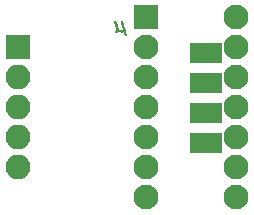
<source format=gbs>
G04 #@! TF.FileFunction,Soldermask,Bot*
%FSLAX46Y46*%
G04 Gerber Fmt 4.6, Leading zero omitted, Abs format (unit mm)*
G04 Created by KiCad (PCBNEW 4.0.7) date 08/19/18 18:09:51*
%MOMM*%
%LPD*%
G01*
G04 APERTURE LIST*
%ADD10C,0.100000*%
%ADD11C,0.010000*%
%ADD12R,2.100000X2.100000*%
%ADD13O,2.100000X2.100000*%
%ADD14R,1.370000X1.670000*%
%ADD15C,2.100000*%
G04 APERTURE END LIST*
D10*
D11*
G36*
X158066170Y-99710875D02*
X158106677Y-99862235D01*
X158133751Y-99978013D01*
X158147708Y-100062666D01*
X158148861Y-100120651D01*
X158137525Y-100156426D01*
X158114015Y-100174448D01*
X158099125Y-100178014D01*
X158058476Y-100196916D01*
X158048953Y-100227710D01*
X158068708Y-100255743D01*
X158110291Y-100266500D01*
X158176966Y-100253212D01*
X158231624Y-100219464D01*
X158261160Y-100174430D01*
X158263167Y-100159466D01*
X158269116Y-100126402D01*
X158289812Y-100124818D01*
X158329529Y-100155723D01*
X158355491Y-100181259D01*
X158430610Y-100235325D01*
X158514910Y-100260943D01*
X158597510Y-100257839D01*
X158667527Y-100225740D01*
X158700668Y-100189917D01*
X158727348Y-100156037D01*
X158743757Y-100147368D01*
X158753484Y-100171240D01*
X158769409Y-100223885D01*
X158784550Y-100280320D01*
X158813288Y-100392762D01*
X158834035Y-100470612D01*
X158849595Y-100520211D01*
X158862774Y-100547899D01*
X158876380Y-100560018D01*
X158893216Y-100562908D01*
X158909566Y-100562833D01*
X158949275Y-100557297D01*
X158962391Y-100546958D01*
X158957311Y-100523153D01*
X158942604Y-100463814D01*
X158919655Y-100374284D01*
X158889847Y-100259906D01*
X158854565Y-100126022D01*
X158815193Y-99977976D01*
X158808933Y-99954551D01*
X158654750Y-99378018D01*
X158596542Y-99377759D01*
X158554365Y-99382553D01*
X158538558Y-99393375D01*
X158544071Y-99418680D01*
X158558980Y-99476504D01*
X158581108Y-99558642D01*
X158608278Y-99656893D01*
X158612641Y-99672470D01*
X158651162Y-99817858D01*
X158674828Y-99929101D01*
X158684055Y-100011538D01*
X158679255Y-100070509D01*
X158660844Y-100111351D01*
X158647792Y-100125636D01*
X158585519Y-100156138D01*
X158506229Y-100160196D01*
X158425043Y-100138920D01*
X158369864Y-100105229D01*
X158321120Y-100057621D01*
X158281643Y-100001181D01*
X158247147Y-99927133D01*
X158213348Y-99826702D01*
X158185694Y-99728101D01*
X158160306Y-99632872D01*
X158136510Y-99543622D01*
X158118200Y-99474959D01*
X158113376Y-99456875D01*
X158094592Y-99404111D01*
X158068596Y-99381622D01*
X158032953Y-99377500D01*
X157973704Y-99377500D01*
X158066170Y-99710875D01*
X158066170Y-99710875D01*
G37*
X158066170Y-99710875D02*
X158106677Y-99862235D01*
X158133751Y-99978013D01*
X158147708Y-100062666D01*
X158148861Y-100120651D01*
X158137525Y-100156426D01*
X158114015Y-100174448D01*
X158099125Y-100178014D01*
X158058476Y-100196916D01*
X158048953Y-100227710D01*
X158068708Y-100255743D01*
X158110291Y-100266500D01*
X158176966Y-100253212D01*
X158231624Y-100219464D01*
X158261160Y-100174430D01*
X158263167Y-100159466D01*
X158269116Y-100126402D01*
X158289812Y-100124818D01*
X158329529Y-100155723D01*
X158355491Y-100181259D01*
X158430610Y-100235325D01*
X158514910Y-100260943D01*
X158597510Y-100257839D01*
X158667527Y-100225740D01*
X158700668Y-100189917D01*
X158727348Y-100156037D01*
X158743757Y-100147368D01*
X158753484Y-100171240D01*
X158769409Y-100223885D01*
X158784550Y-100280320D01*
X158813288Y-100392762D01*
X158834035Y-100470612D01*
X158849595Y-100520211D01*
X158862774Y-100547899D01*
X158876380Y-100560018D01*
X158893216Y-100562908D01*
X158909566Y-100562833D01*
X158949275Y-100557297D01*
X158962391Y-100546958D01*
X158957311Y-100523153D01*
X158942604Y-100463814D01*
X158919655Y-100374284D01*
X158889847Y-100259906D01*
X158854565Y-100126022D01*
X158815193Y-99977976D01*
X158808933Y-99954551D01*
X158654750Y-99378018D01*
X158596542Y-99377759D01*
X158554365Y-99382553D01*
X158538558Y-99393375D01*
X158544071Y-99418680D01*
X158558980Y-99476504D01*
X158581108Y-99558642D01*
X158608278Y-99656893D01*
X158612641Y-99672470D01*
X158651162Y-99817858D01*
X158674828Y-99929101D01*
X158684055Y-100011538D01*
X158679255Y-100070509D01*
X158660844Y-100111351D01*
X158647792Y-100125636D01*
X158585519Y-100156138D01*
X158506229Y-100160196D01*
X158425043Y-100138920D01*
X158369864Y-100105229D01*
X158321120Y-100057621D01*
X158281643Y-100001181D01*
X158247147Y-99927133D01*
X158213348Y-99826702D01*
X158185694Y-99728101D01*
X158160306Y-99632872D01*
X158136510Y-99543622D01*
X158118200Y-99474959D01*
X158113376Y-99456875D01*
X158094592Y-99404111D01*
X158068596Y-99381622D01*
X158032953Y-99377500D01*
X157973704Y-99377500D01*
X158066170Y-99710875D01*
D12*
X149860000Y-101600000D03*
D13*
X149860000Y-104140000D03*
X149860000Y-106680000D03*
X149860000Y-109220000D03*
X149860000Y-111760000D03*
D14*
X165095000Y-109728000D03*
X166375000Y-109728000D03*
X165095000Y-104648000D03*
X166375000Y-104648000D03*
X165095000Y-107188000D03*
X166375000Y-107188000D03*
X165095000Y-102108000D03*
X166375000Y-102108000D03*
D15*
X168275000Y-114300000D03*
X168275000Y-111760000D03*
X168275000Y-109220000D03*
X168275000Y-106680000D03*
X168275000Y-104140000D03*
X168275000Y-101600000D03*
X168275000Y-99060000D03*
X160655000Y-111760000D03*
X160655000Y-114300000D03*
X160655000Y-109220000D03*
X160655000Y-106680000D03*
X160655000Y-104140000D03*
X160655000Y-101600000D03*
D12*
X160655000Y-99060000D03*
M02*

</source>
